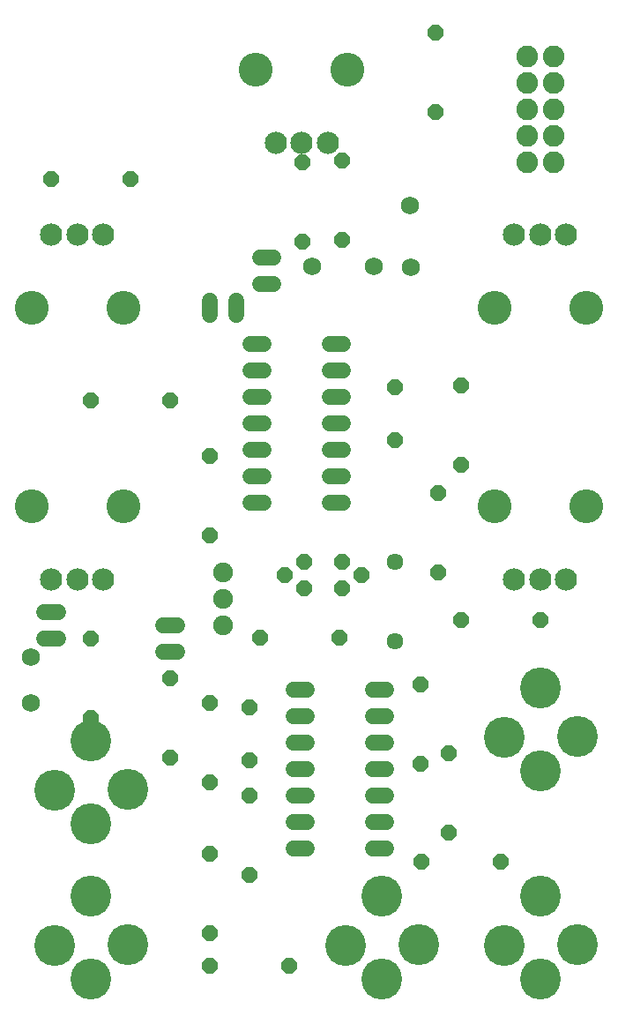
<source format=gbr>
G04 EAGLE Gerber RS-274X export*
G75*
%MOMM*%
%FSLAX34Y34*%
%LPD*%
%INSoldermask Bottom*%
%IPPOS*%
%AMOC8*
5,1,8,0,0,1.08239X$1,22.5*%
G01*
G04 Define Apertures*
%ADD10P,1.64956X8X292.5*%
%ADD11C,1.611200*%
%ADD12C,1.524000*%
%ADD13C,2.082800*%
%ADD14P,1.64956X8X112.5*%
%ADD15P,1.64956X8X22.5*%
%ADD16P,1.64956X8X202.5*%
%ADD17C,1.903200*%
%ADD18C,3.251200*%
%ADD19C,2.133600*%
%ADD20C,3.919200*%
%ADD21C,1.727200*%
D10*
X393700Y609600D03*
X393700Y558800D03*
X254000Y302332D03*
X254000Y251532D03*
D11*
X393700Y442214D03*
X393700Y366014D03*
D12*
X385566Y167132D02*
X372358Y167132D01*
X372358Y192532D02*
X385566Y192532D01*
X385566Y319532D02*
X372358Y319532D01*
X309366Y319532D02*
X296158Y319532D01*
X372358Y217932D02*
X385566Y217932D01*
X385566Y243332D02*
X372358Y243332D01*
X372358Y294132D02*
X385566Y294132D01*
X385566Y268732D02*
X372358Y268732D01*
X309366Y294132D02*
X296158Y294132D01*
X296158Y268732D02*
X309366Y268732D01*
X309366Y243332D02*
X296158Y243332D01*
X296158Y217932D02*
X309366Y217932D01*
X309366Y192532D02*
X296158Y192532D01*
X296158Y167132D02*
X309366Y167132D01*
X267964Y651002D02*
X254756Y651002D01*
X254756Y625602D02*
X267964Y625602D01*
X267964Y498602D02*
X254756Y498602D01*
X330956Y498602D02*
X344164Y498602D01*
X267964Y600202D02*
X254756Y600202D01*
X254756Y574802D02*
X267964Y574802D01*
X267964Y524002D02*
X254756Y524002D01*
X254756Y549402D02*
X267964Y549402D01*
X330956Y524002D02*
X344164Y524002D01*
X344164Y549402D02*
X330956Y549402D01*
X330956Y574802D02*
X344164Y574802D01*
X344164Y600202D02*
X330956Y600202D01*
X330956Y625602D02*
X344164Y625602D01*
X344164Y651002D02*
X330956Y651002D01*
D13*
X520700Y927100D03*
X546100Y927100D03*
X520700Y901700D03*
X546100Y901700D03*
X520700Y876300D03*
X546100Y876300D03*
X520700Y850900D03*
X546100Y850900D03*
X520700Y825500D03*
X546100Y825500D03*
D14*
X306832Y442468D03*
X287782Y429768D03*
X306832Y417068D03*
D10*
X342900Y416560D03*
X361950Y429260D03*
X342900Y441960D03*
D14*
X433070Y873760D03*
X433070Y949960D03*
X254000Y141732D03*
X254000Y217932D03*
D10*
X215900Y306832D03*
X215900Y230632D03*
X215972Y162049D03*
X215972Y85849D03*
D15*
X215900Y54610D03*
X292100Y54610D03*
D14*
X457200Y535432D03*
X457200Y611632D03*
X445768Y181866D03*
X445768Y258066D03*
D15*
X457200Y386018D03*
X533400Y386018D03*
D14*
X435356Y431546D03*
X435356Y507746D03*
D10*
X418592Y324358D03*
X418592Y248158D03*
D15*
X419100Y154432D03*
X495300Y154432D03*
D14*
X342900Y751332D03*
X342900Y827532D03*
D16*
X139700Y809498D03*
X63500Y809498D03*
D10*
X304800Y825500D03*
X304800Y749300D03*
D15*
X101600Y596900D03*
X177800Y596900D03*
D14*
X177800Y254000D03*
X177800Y330200D03*
X101600Y292100D03*
X101600Y368300D03*
X216154Y467620D03*
X216154Y543820D03*
D17*
X228600Y431800D03*
X228600Y406400D03*
X228600Y381000D03*
D15*
X263906Y369316D03*
X340106Y369316D03*
D18*
X260292Y914400D03*
D19*
X329292Y844400D03*
X304292Y844400D03*
X279292Y844400D03*
D18*
X348292Y914400D03*
X132900Y685800D03*
D19*
X63900Y755800D03*
X88900Y755800D03*
X113900Y755800D03*
D18*
X44900Y685800D03*
X44900Y495300D03*
D19*
X113900Y425300D03*
X88900Y425300D03*
X63900Y425300D03*
D18*
X132900Y495300D03*
X577400Y685800D03*
D19*
X508400Y755800D03*
X533400Y755800D03*
X558400Y755800D03*
D18*
X489400Y685800D03*
X489400Y495300D03*
D19*
X558400Y425300D03*
X533400Y425300D03*
X508400Y425300D03*
D18*
X577400Y495300D03*
D20*
X137600Y74440D03*
X101600Y41440D03*
X66600Y73440D03*
X101600Y121440D03*
X137600Y223600D03*
X101600Y190600D03*
X66600Y222600D03*
X101600Y270600D03*
X569400Y274400D03*
X533400Y241400D03*
X498400Y273400D03*
X533400Y321400D03*
X417000Y74440D03*
X381000Y41440D03*
X346000Y73440D03*
X381000Y121440D03*
X569400Y74440D03*
X533400Y41440D03*
X498400Y73440D03*
X533400Y121440D03*
D12*
X277368Y734060D02*
X264160Y734060D01*
X264160Y708660D02*
X277368Y708660D01*
X215900Y692404D02*
X215900Y679196D01*
X241300Y679196D02*
X241300Y692404D01*
X184404Y355600D02*
X171196Y355600D01*
X171196Y381000D02*
X184404Y381000D01*
X70104Y368300D02*
X56896Y368300D01*
X56896Y393700D02*
X70104Y393700D01*
D21*
X408178Y783844D03*
X408940Y725170D03*
X373126Y725678D03*
X314452Y725932D03*
X43942Y306578D03*
X43942Y351028D03*
M02*

</source>
